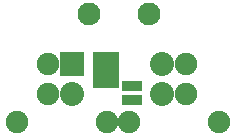
<source format=gts>
G04 (created by PCBNEW-RS274X (2012-apr-16-27)-stable) date sam. 01 juin 2013 19:50:37 CST*
G01*
G70*
G90*
%MOIN*%
G04 Gerber Fmt 3.4, Leading zero omitted, Abs format*
%FSLAX34Y34*%
G04 APERTURE LIST*
%ADD10C,0.006000*%
%ADD11R,0.080000X0.080000*%
%ADD12C,0.080000*%
%ADD13C,0.075000*%
%ADD14C,0.076000*%
%ADD15R,0.035700X0.061300*%
%ADD16R,0.027100X0.035700*%
G04 APERTURE END LIST*
G54D10*
G54D11*
X54900Y-18300D03*
G54D12*
X57900Y-19300D03*
X57900Y-18300D03*
X54900Y-19300D03*
G54D13*
X53050Y-20250D03*
X56050Y-20250D03*
X59800Y-20250D03*
X56800Y-20250D03*
G54D14*
X57450Y-16650D03*
X55450Y-16650D03*
G54D13*
X54100Y-19300D03*
X54100Y-18300D03*
X58700Y-18300D03*
X58700Y-19300D03*
G54D15*
X55764Y-18185D03*
X56020Y-18185D03*
X56276Y-18185D03*
X56276Y-18815D03*
X56020Y-18815D03*
X55764Y-18815D03*
G54D16*
X56890Y-19516D03*
X57087Y-19516D03*
X57087Y-19044D03*
X56890Y-19044D03*
X56693Y-19044D03*
X56693Y-19516D03*
M02*

</source>
